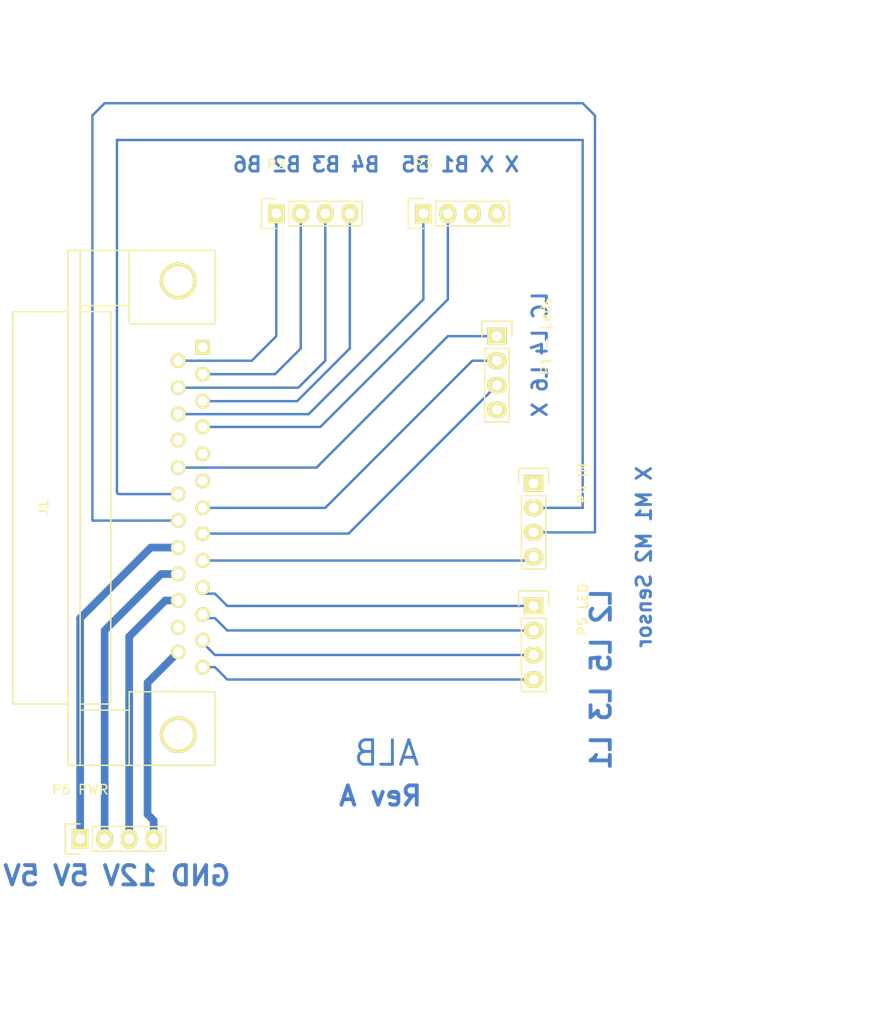
<source format=kicad_pcb>
(kicad_pcb (version 4) (host pcbnew 4.0.2+dfsg1-stable)

  (general
    (links 20)
    (no_connects 0)
    (area 22.375713 10.118124 114.482767 120.5486)
    (thickness 1.6)
    (drawings 8)
    (tracks 69)
    (zones 0)
    (modules 8)
    (nets 30)
  )

  (page A4)
  (layers
    (0 F.Cu signal)
    (31 B.Cu signal)
    (32 B.Adhes user)
    (33 F.Adhes user)
    (34 B.Paste user)
    (35 F.Paste user)
    (36 B.SilkS user)
    (37 F.SilkS user)
    (38 B.Mask user)
    (39 F.Mask user)
    (40 Dwgs.User user)
    (41 Cmts.User user)
    (42 Eco1.User user)
    (43 Eco2.User user)
    (44 Edge.Cuts user)
    (45 Margin user)
    (46 B.CrtYd user)
    (47 F.CrtYd user)
    (48 B.Fab user)
    (49 F.Fab user)
  )

  (setup
    (last_trace_width 0.25)
    (user_trace_width 0.5)
    (user_trace_width 0.8)
    (trace_clearance 0.2)
    (zone_clearance 0.508)
    (zone_45_only no)
    (trace_min 0.2)
    (segment_width 0.2)
    (edge_width 0.15)
    (via_size 0.6)
    (via_drill 0.4)
    (via_min_size 0.4)
    (via_min_drill 0.3)
    (uvia_size 0.3)
    (uvia_drill 0.1)
    (uvias_allowed no)
    (uvia_min_size 0.2)
    (uvia_min_drill 0.1)
    (pcb_text_width 0.3)
    (pcb_text_size 1.5 1.5)
    (mod_edge_width 0.15)
    (mod_text_size 1 1)
    (mod_text_width 0.15)
    (pad_size 1.524 1.524)
    (pad_drill 0.762)
    (pad_to_mask_clearance 0.2)
    (aux_axis_origin 0 0)
    (visible_elements FFFFFF7F)
    (pcbplotparams
      (layerselection 0x00030_80000001)
      (usegerberextensions false)
      (excludeedgelayer true)
      (linewidth 0.100000)
      (plotframeref false)
      (viasonmask false)
      (mode 1)
      (useauxorigin false)
      (hpglpennumber 1)
      (hpglpenspeed 20)
      (hpglpendiameter 15)
      (hpglpenoverlay 2)
      (psnegative false)
      (psa4output false)
      (plotreference true)
      (plotvalue true)
      (plotinvisibletext false)
      (padsonsilk false)
      (subtractmaskfromsilk false)
      (outputformat 1)
      (mirror false)
      (drillshape 0)
      (scaleselection 1)
      (outputdirectory ""))
  )

  (net 0 "")
  (net 1 "Net-(J1-Pad13)")
  (net 2 "Net-(J1-Pad12)")
  (net 3 "Net-(J1-Pad11)")
  (net 4 "Net-(J1-Pad10)")
  (net 5 "Net-(J1-Pad9)")
  (net 6 "Net-(J1-Pad8)")
  (net 7 "Net-(J1-Pad7)")
  (net 8 "Net-(J1-Pad6)")
  (net 9 "Net-(J1-Pad5)")
  (net 10 "Net-(J1-Pad4)")
  (net 11 "Net-(J1-Pad3)")
  (net 12 "Net-(J1-Pad2)")
  (net 13 "Net-(J1-Pad1)")
  (net 14 "Net-(J1-Pad25)")
  (net 15 "Net-(J1-Pad24)")
  (net 16 "Net-(J1-Pad23)")
  (net 17 "Net-(J1-Pad22)")
  (net 18 "Net-(J1-Pad21)")
  (net 19 "Net-(J1-Pad20)")
  (net 20 "Net-(J1-Pad19)")
  (net 21 "Net-(J1-Pad18)")
  (net 22 "Net-(J1-Pad17)")
  (net 23 "Net-(J1-Pad16)")
  (net 24 "Net-(J1-Pad15)")
  (net 25 "Net-(J1-Pad14)")
  (net 26 "Net-(P1-Pad4)")
  (net 27 "Net-(P3-Pad3)")
  (net 28 "Net-(P3-Pad4)")
  (net 29 "Net-(P4-Pad1)")

  (net_class Default "This is the default net class."
    (clearance 0.2)
    (trace_width 0.25)
    (via_dia 0.6)
    (via_drill 0.4)
    (uvia_dia 0.3)
    (uvia_drill 0.1)
    (add_net "Net-(J1-Pad1)")
    (add_net "Net-(J1-Pad10)")
    (add_net "Net-(J1-Pad11)")
    (add_net "Net-(J1-Pad12)")
    (add_net "Net-(J1-Pad13)")
    (add_net "Net-(J1-Pad14)")
    (add_net "Net-(J1-Pad15)")
    (add_net "Net-(J1-Pad16)")
    (add_net "Net-(J1-Pad17)")
    (add_net "Net-(J1-Pad18)")
    (add_net "Net-(J1-Pad19)")
    (add_net "Net-(J1-Pad2)")
    (add_net "Net-(J1-Pad20)")
    (add_net "Net-(J1-Pad21)")
    (add_net "Net-(J1-Pad22)")
    (add_net "Net-(J1-Pad23)")
    (add_net "Net-(J1-Pad24)")
    (add_net "Net-(J1-Pad25)")
    (add_net "Net-(J1-Pad3)")
    (add_net "Net-(J1-Pad4)")
    (add_net "Net-(J1-Pad5)")
    (add_net "Net-(J1-Pad6)")
    (add_net "Net-(J1-Pad7)")
    (add_net "Net-(J1-Pad8)")
    (add_net "Net-(J1-Pad9)")
    (add_net "Net-(P1-Pad4)")
    (add_net "Net-(P3-Pad3)")
    (add_net "Net-(P3-Pad4)")
    (add_net "Net-(P4-Pad1)")
  )

  (net_class teste ""
    (clearance 0.2)
    (trace_width 0.8)
    (via_dia 0.6)
    (via_drill 0.4)
    (uvia_dia 0.3)
    (uvia_drill 0.1)
  )

  (module Teste:ALB (layer F.Cu) (tedit 5A0F6B99) (tstamp 5A0EDEEF)
    (at 87.5411 74.5236)
    (path /5A0B781C)
    (fp_text reference ALB1 (at 0 -27.94 90) (layer F.SilkS) hide
      (effects (font (size 20 20) (thickness 0.15)))
    )
    (fp_text value ALB (at 0 31.75) (layer F.Fab) hide
      (effects (font (size 20 20) (thickness 0.15)))
    )
  )

  (module Connect:DB25MC (layer F.Cu) (tedit 0) (tstamp 5A0EDF22)
    (at 41.91 64.77 90)
    (descr "Connecteur DB25 MALE couche")
    (tags "CONN DB25")
    (path /59CF9F73)
    (fp_text reference J1 (at 0 -15.24 90) (layer F.SilkS)
      (effects (font (size 1 1) (thickness 0.15)))
    )
    (fp_text value DB25 (at 0 -6.35 90) (layer F.Fab)
      (effects (font (size 1 1) (thickness 0.15)))
    )
    (fp_line (start 26.67 -11.43) (end 26.67 2.54) (layer F.SilkS) (width 0.15))
    (fp_line (start 19.05 -6.35) (end 19.05 2.54) (layer F.SilkS) (width 0.15))
    (fp_line (start 20.955 -11.43) (end 20.955 -6.35) (layer F.SilkS) (width 0.15))
    (fp_line (start -20.955 -11.43) (end -20.955 -6.35) (layer F.SilkS) (width 0.15))
    (fp_line (start -19.05 -6.35) (end -19.05 2.54) (layer F.SilkS) (width 0.15))
    (fp_line (start -26.67 2.54) (end -26.67 -11.43) (layer F.SilkS) (width 0.15))
    (fp_line (start 26.67 -6.35) (end 19.05 -6.35) (layer F.SilkS) (width 0.15))
    (fp_line (start -26.67 -6.35) (end -19.05 -6.35) (layer F.SilkS) (width 0.15))
    (fp_line (start 20.32 -8.255) (end 20.32 -11.43) (layer F.SilkS) (width 0.15))
    (fp_line (start -20.32 -8.255) (end -20.32 -11.43) (layer F.SilkS) (width 0.15))
    (fp_line (start 20.32 -18.415) (end 20.32 -12.7) (layer F.SilkS) (width 0.15))
    (fp_line (start -20.32 -18.415) (end -20.32 -12.7) (layer F.SilkS) (width 0.15))
    (fp_line (start 26.67 -11.43) (end 26.67 -12.7) (layer F.SilkS) (width 0.15))
    (fp_line (start 26.67 -12.7) (end -26.67 -12.7) (layer F.SilkS) (width 0.15))
    (fp_line (start -26.67 -12.7) (end -26.67 -11.43) (layer F.SilkS) (width 0.15))
    (fp_line (start -26.67 -11.43) (end 26.67 -11.43) (layer F.SilkS) (width 0.15))
    (fp_line (start 19.05 2.54) (end 26.67 2.54) (layer F.SilkS) (width 0.15))
    (fp_line (start -20.32 -8.255) (end 20.32 -8.255) (layer F.SilkS) (width 0.15))
    (fp_line (start -20.32 -18.415) (end 20.32 -18.415) (layer F.SilkS) (width 0.15))
    (fp_line (start -26.67 2.54) (end -19.05 2.54) (layer F.SilkS) (width 0.15))
    (pad "" thru_hole circle (at 23.495 -1.27 90) (size 3.81 3.81) (drill 3.048) (layers *.Cu *.Mask F.SilkS))
    (pad "" thru_hole circle (at -23.495 -1.27 90) (size 3.81 3.81) (drill 3.048) (layers *.Cu *.Mask F.SilkS))
    (pad 13 thru_hole circle (at -16.51 1.27 90) (size 1.524 1.524) (drill 1.016) (layers *.Cu *.Mask F.SilkS)
      (net 1 "Net-(J1-Pad13)"))
    (pad 12 thru_hole circle (at -13.716 1.27 90) (size 1.524 1.524) (drill 1.016) (layers *.Cu *.Mask F.SilkS)
      (net 2 "Net-(J1-Pad12)"))
    (pad 11 thru_hole circle (at -11.049 1.27 90) (size 1.524 1.524) (drill 1.016) (layers *.Cu *.Mask F.SilkS)
      (net 3 "Net-(J1-Pad11)"))
    (pad 10 thru_hole circle (at -8.255 1.27 90) (size 1.524 1.524) (drill 1.016) (layers *.Cu *.Mask F.SilkS)
      (net 4 "Net-(J1-Pad10)"))
    (pad 9 thru_hole circle (at -5.461 1.27 90) (size 1.524 1.524) (drill 1.016) (layers *.Cu *.Mask F.SilkS)
      (net 5 "Net-(J1-Pad9)"))
    (pad 8 thru_hole circle (at -2.667 1.27 90) (size 1.524 1.524) (drill 1.016) (layers *.Cu *.Mask F.SilkS)
      (net 6 "Net-(J1-Pad8)"))
    (pad 7 thru_hole circle (at 0 1.27 90) (size 1.524 1.524) (drill 1.016) (layers *.Cu *.Mask F.SilkS)
      (net 7 "Net-(J1-Pad7)"))
    (pad 6 thru_hole circle (at 2.794 1.27 90) (size 1.524 1.524) (drill 1.016) (layers *.Cu *.Mask F.SilkS)
      (net 8 "Net-(J1-Pad6)"))
    (pad 5 thru_hole circle (at 5.588 1.27 90) (size 1.524 1.524) (drill 1.016) (layers *.Cu *.Mask F.SilkS)
      (net 9 "Net-(J1-Pad5)"))
    (pad 4 thru_hole circle (at 8.382 1.27 90) (size 1.524 1.524) (drill 1.016) (layers *.Cu *.Mask F.SilkS)
      (net 10 "Net-(J1-Pad4)"))
    (pad 3 thru_hole circle (at 11.049 1.27 90) (size 1.524 1.524) (drill 1.016) (layers *.Cu *.Mask F.SilkS)
      (net 11 "Net-(J1-Pad3)"))
    (pad 2 thru_hole circle (at 13.843 1.27 90) (size 1.524 1.524) (drill 1.016) (layers *.Cu *.Mask F.SilkS)
      (net 12 "Net-(J1-Pad2)"))
    (pad 1 thru_hole rect (at 16.637 1.27 90) (size 1.524 1.524) (drill 1.016) (layers *.Cu *.Mask F.SilkS)
      (net 13 "Net-(J1-Pad1)"))
    (pad 25 thru_hole circle (at -14.9352 -1.27 90) (size 1.524 1.524) (drill 1.016) (layers *.Cu *.Mask F.SilkS)
      (net 14 "Net-(J1-Pad25)"))
    (pad 24 thru_hole circle (at -12.3952 -1.27 90) (size 1.524 1.524) (drill 1.016) (layers *.Cu *.Mask F.SilkS)
      (net 15 "Net-(J1-Pad24)"))
    (pad 23 thru_hole circle (at -9.6012 -1.27 90) (size 1.524 1.524) (drill 1.016) (layers *.Cu *.Mask F.SilkS)
      (net 16 "Net-(J1-Pad23)"))
    (pad 22 thru_hole circle (at -6.858 -1.27 90) (size 1.524 1.524) (drill 1.016) (layers *.Cu *.Mask F.SilkS)
      (net 17 "Net-(J1-Pad22)"))
    (pad 21 thru_hole circle (at -4.1148 -1.27 90) (size 1.524 1.524) (drill 1.016) (layers *.Cu *.Mask F.SilkS)
      (net 18 "Net-(J1-Pad21)"))
    (pad 20 thru_hole circle (at -1.3208 -1.27 90) (size 1.524 1.524) (drill 1.016) (layers *.Cu *.Mask F.SilkS)
      (net 19 "Net-(J1-Pad20)"))
    (pad 19 thru_hole circle (at 1.4224 -1.27 90) (size 1.524 1.524) (drill 1.016) (layers *.Cu *.Mask F.SilkS)
      (net 20 "Net-(J1-Pad19)"))
    (pad 18 thru_hole circle (at 4.1656 -1.27 90) (size 1.524 1.524) (drill 1.016) (layers *.Cu *.Mask F.SilkS)
      (net 21 "Net-(J1-Pad18)"))
    (pad 17 thru_hole circle (at 7.0104 -1.27 90) (size 1.524 1.524) (drill 1.016) (layers *.Cu *.Mask F.SilkS)
      (net 22 "Net-(J1-Pad17)"))
    (pad 16 thru_hole circle (at 9.7028 -1.27 90) (size 1.524 1.524) (drill 1.016) (layers *.Cu *.Mask F.SilkS)
      (net 23 "Net-(J1-Pad16)"))
    (pad 15 thru_hole circle (at 12.446 -1.27 90) (size 1.524 1.524) (drill 1.016) (layers *.Cu *.Mask F.SilkS)
      (net 24 "Net-(J1-Pad15)"))
    (pad 14 thru_hole circle (at 15.24 -1.27 90) (size 1.524 1.524) (drill 1.016) (layers *.Cu *.Mask F.SilkS)
      (net 25 "Net-(J1-Pad14)"))
    (model Connect.3dshapes/DB25MC.wrl
      (at (xyz 0 0 0))
      (scale (xyz 1 1 1))
      (rotate (xyz 0 0 0))
    )
  )

  (module Socket_Strips:Socket_Strip_Straight_1x04 (layer F.Cu) (tedit 5A0F6BEF) (tstamp 5A0EDF35)
    (at 73.66 46.99 270)
    (descr "Through hole socket strip")
    (tags "socket strip")
    (path /5A0B79B7)
    (fp_text reference "P1 - Leds" (at 0 -5.1 450) (layer F.SilkS)
      (effects (font (size 1 1) (thickness 0.15)))
    )
    (fp_text value CONN_01X04 (at 0 -3.1 270) (layer F.Fab)
      (effects (font (size 1 1) (thickness 0.15)))
    )
    (fp_line (start -1.75 -1.75) (end -1.75 1.75) (layer F.CrtYd) (width 0.05))
    (fp_line (start 9.4 -1.75) (end 9.4 1.75) (layer F.CrtYd) (width 0.05))
    (fp_line (start -1.75 -1.75) (end 9.4 -1.75) (layer F.CrtYd) (width 0.05))
    (fp_line (start -1.75 1.75) (end 9.4 1.75) (layer F.CrtYd) (width 0.05))
    (fp_line (start 1.27 -1.27) (end 8.89 -1.27) (layer F.SilkS) (width 0.15))
    (fp_line (start 1.27 1.27) (end 8.89 1.27) (layer F.SilkS) (width 0.15))
    (fp_line (start -1.55 1.55) (end 0 1.55) (layer F.SilkS) (width 0.15))
    (fp_line (start 8.89 -1.27) (end 8.89 1.27) (layer F.SilkS) (width 0.15))
    (fp_line (start 1.27 1.27) (end 1.27 -1.27) (layer F.SilkS) (width 0.15))
    (fp_line (start 0 -1.55) (end -1.55 -1.55) (layer F.SilkS) (width 0.15))
    (fp_line (start -1.55 -1.55) (end -1.55 1.55) (layer F.SilkS) (width 0.15))
    (pad 1 thru_hole rect (at 0 0 270) (size 1.7272 2.032) (drill 1.016) (layers *.Cu *.Mask F.SilkS)
      (net 21 "Net-(J1-Pad18)"))
    (pad 2 thru_hole oval (at 2.54 0 270) (size 1.7272 2.032) (drill 1.016) (layers *.Cu *.Mask F.SilkS)
      (net 7 "Net-(J1-Pad7)"))
    (pad 3 thru_hole oval (at 5.08 0 270) (size 1.7272 2.032) (drill 1.016) (layers *.Cu *.Mask F.SilkS)
      (net 6 "Net-(J1-Pad8)"))
    (pad 4 thru_hole oval (at 7.62 0 270) (size 1.7272 2.032) (drill 1.016) (layers *.Cu *.Mask F.SilkS)
      (net 26 "Net-(P1-Pad4)"))
    (model Socket_Strips.3dshapes/Socket_Strip_Straight_1x04.wrl
      (at (xyz 0.15 0 0))
      (scale (xyz 1 1 1))
      (rotate (xyz 0 0 180))
    )
  )

  (module Socket_Strips:Socket_Strip_Straight_1x04 (layer F.Cu) (tedit 0) (tstamp 5A0EDF48)
    (at 50.8 34.29)
    (descr "Through hole socket strip")
    (tags "socket strip")
    (path /5A0B70BC)
    (fp_text reference P2 (at 0 -5.1) (layer F.SilkS)
      (effects (font (size 1 1) (thickness 0.15)))
    )
    (fp_text value CONN_01X04 (at 0 -3.1) (layer F.Fab)
      (effects (font (size 1 1) (thickness 0.15)))
    )
    (fp_line (start -1.75 -1.75) (end -1.75 1.75) (layer F.CrtYd) (width 0.05))
    (fp_line (start 9.4 -1.75) (end 9.4 1.75) (layer F.CrtYd) (width 0.05))
    (fp_line (start -1.75 -1.75) (end 9.4 -1.75) (layer F.CrtYd) (width 0.05))
    (fp_line (start -1.75 1.75) (end 9.4 1.75) (layer F.CrtYd) (width 0.05))
    (fp_line (start 1.27 -1.27) (end 8.89 -1.27) (layer F.SilkS) (width 0.15))
    (fp_line (start 1.27 1.27) (end 8.89 1.27) (layer F.SilkS) (width 0.15))
    (fp_line (start -1.55 1.55) (end 0 1.55) (layer F.SilkS) (width 0.15))
    (fp_line (start 8.89 -1.27) (end 8.89 1.27) (layer F.SilkS) (width 0.15))
    (fp_line (start 1.27 1.27) (end 1.27 -1.27) (layer F.SilkS) (width 0.15))
    (fp_line (start 0 -1.55) (end -1.55 -1.55) (layer F.SilkS) (width 0.15))
    (fp_line (start -1.55 -1.55) (end -1.55 1.55) (layer F.SilkS) (width 0.15))
    (pad 1 thru_hole rect (at 0 0) (size 1.7272 2.032) (drill 1.016) (layers *.Cu *.Mask F.SilkS)
      (net 25 "Net-(J1-Pad14)"))
    (pad 2 thru_hole oval (at 2.54 0) (size 1.7272 2.032) (drill 1.016) (layers *.Cu *.Mask F.SilkS)
      (net 12 "Net-(J1-Pad2)"))
    (pad 3 thru_hole oval (at 5.08 0) (size 1.7272 2.032) (drill 1.016) (layers *.Cu *.Mask F.SilkS)
      (net 24 "Net-(J1-Pad15)"))
    (pad 4 thru_hole oval (at 7.62 0) (size 1.7272 2.032) (drill 1.016) (layers *.Cu *.Mask F.SilkS)
      (net 11 "Net-(J1-Pad3)"))
    (model Socket_Strips.3dshapes/Socket_Strip_Straight_1x04.wrl
      (at (xyz 0.15 0 0))
      (scale (xyz 1 1 1))
      (rotate (xyz 0 0 180))
    )
  )

  (module Socket_Strips:Socket_Strip_Straight_1x04 (layer F.Cu) (tedit 0) (tstamp 5A0EDF5B)
    (at 66.04 34.29)
    (descr "Through hole socket strip")
    (tags "socket strip")
    (path /5A0B7120)
    (fp_text reference P3 (at 0 -5.1) (layer F.SilkS)
      (effects (font (size 1 1) (thickness 0.15)))
    )
    (fp_text value CONN_01X04 (at 0 -3.1) (layer F.Fab)
      (effects (font (size 1 1) (thickness 0.15)))
    )
    (fp_line (start -1.75 -1.75) (end -1.75 1.75) (layer F.CrtYd) (width 0.05))
    (fp_line (start 9.4 -1.75) (end 9.4 1.75) (layer F.CrtYd) (width 0.05))
    (fp_line (start -1.75 -1.75) (end 9.4 -1.75) (layer F.CrtYd) (width 0.05))
    (fp_line (start -1.75 1.75) (end 9.4 1.75) (layer F.CrtYd) (width 0.05))
    (fp_line (start 1.27 -1.27) (end 8.89 -1.27) (layer F.SilkS) (width 0.15))
    (fp_line (start 1.27 1.27) (end 8.89 1.27) (layer F.SilkS) (width 0.15))
    (fp_line (start -1.55 1.55) (end 0 1.55) (layer F.SilkS) (width 0.15))
    (fp_line (start 8.89 -1.27) (end 8.89 1.27) (layer F.SilkS) (width 0.15))
    (fp_line (start 1.27 1.27) (end 1.27 -1.27) (layer F.SilkS) (width 0.15))
    (fp_line (start 0 -1.55) (end -1.55 -1.55) (layer F.SilkS) (width 0.15))
    (fp_line (start -1.55 -1.55) (end -1.55 1.55) (layer F.SilkS) (width 0.15))
    (pad 1 thru_hole rect (at 0 0) (size 1.7272 2.032) (drill 1.016) (layers *.Cu *.Mask F.SilkS)
      (net 23 "Net-(J1-Pad16)"))
    (pad 2 thru_hole oval (at 2.54 0) (size 1.7272 2.032) (drill 1.016) (layers *.Cu *.Mask F.SilkS)
      (net 10 "Net-(J1-Pad4)"))
    (pad 3 thru_hole oval (at 5.08 0) (size 1.7272 2.032) (drill 1.016) (layers *.Cu *.Mask F.SilkS)
      (net 27 "Net-(P3-Pad3)"))
    (pad 4 thru_hole oval (at 7.62 0) (size 1.7272 2.032) (drill 1.016) (layers *.Cu *.Mask F.SilkS)
      (net 28 "Net-(P3-Pad4)"))
    (model Socket_Strips.3dshapes/Socket_Strip_Straight_1x04.wrl
      (at (xyz 0.15 0 0))
      (scale (xyz 1 1 1))
      (rotate (xyz 0 0 180))
    )
  )

  (module Socket_Strips:Socket_Strip_Straight_1x04 (layer F.Cu) (tedit 5A0B8418) (tstamp 5A0EDF6E)
    (at 77.47 62.23 270)
    (descr "Through hole socket strip")
    (tags "socket strip")
    (path /5A0B715A)
    (fp_text reference "P4 IN" (at 0 -5.1 270) (layer F.SilkS)
      (effects (font (size 1 1) (thickness 0.15)))
    )
    (fp_text value CONN_01X04 (at 0 -3.1 270) (layer F.Fab)
      (effects (font (size 1 1) (thickness 0.15)))
    )
    (fp_line (start -1.75 -1.75) (end -1.75 1.75) (layer F.CrtYd) (width 0.05))
    (fp_line (start 9.4 -1.75) (end 9.4 1.75) (layer F.CrtYd) (width 0.05))
    (fp_line (start -1.75 -1.75) (end 9.4 -1.75) (layer F.CrtYd) (width 0.05))
    (fp_line (start -1.75 1.75) (end 9.4 1.75) (layer F.CrtYd) (width 0.05))
    (fp_line (start 1.27 -1.27) (end 8.89 -1.27) (layer F.SilkS) (width 0.15))
    (fp_line (start 1.27 1.27) (end 8.89 1.27) (layer F.SilkS) (width 0.15))
    (fp_line (start -1.55 1.55) (end 0 1.55) (layer F.SilkS) (width 0.15))
    (fp_line (start 8.89 -1.27) (end 8.89 1.27) (layer F.SilkS) (width 0.15))
    (fp_line (start 1.27 1.27) (end 1.27 -1.27) (layer F.SilkS) (width 0.15))
    (fp_line (start 0 -1.55) (end -1.55 -1.55) (layer F.SilkS) (width 0.15))
    (fp_line (start -1.55 -1.55) (end -1.55 1.55) (layer F.SilkS) (width 0.15))
    (pad 1 thru_hole rect (at 0 0 270) (size 1.7272 2.032) (drill 1.016) (layers *.Cu *.Mask F.SilkS)
      (net 29 "Net-(P4-Pad1)"))
    (pad 2 thru_hole oval (at 2.54 0 270) (size 1.7272 2.032) (drill 1.016) (layers *.Cu *.Mask F.SilkS)
      (net 20 "Net-(J1-Pad19)"))
    (pad 3 thru_hole oval (at 5.08 0 270) (size 1.7272 2.032) (drill 1.016) (layers *.Cu *.Mask F.SilkS)
      (net 19 "Net-(J1-Pad20)"))
    (pad 4 thru_hole oval (at 7.62 0 270) (size 1.7272 2.032) (drill 1.016) (layers *.Cu *.Mask F.SilkS)
      (net 5 "Net-(J1-Pad9)"))
    (model Socket_Strips.3dshapes/Socket_Strip_Straight_1x04.wrl
      (at (xyz 0.15 0 0))
      (scale (xyz 1 1 1))
      (rotate (xyz 0 0 180))
    )
  )

  (module Socket_Strips:Socket_Strip_Straight_1x04 (layer F.Cu) (tedit 5A0B8469) (tstamp 5A0EDF81)
    (at 77.47 74.93 270)
    (descr "Through hole socket strip")
    (tags "socket strip")
    (path /5A0B7185)
    (fp_text reference "P5 LED " (at 0 -5.1 270) (layer F.SilkS)
      (effects (font (size 1 1) (thickness 0.15)))
    )
    (fp_text value CONN_01X04 (at 0 -3.1 270) (layer F.Fab)
      (effects (font (size 1 1) (thickness 0.15)))
    )
    (fp_line (start -1.75 -1.75) (end -1.75 1.75) (layer F.CrtYd) (width 0.05))
    (fp_line (start 9.4 -1.75) (end 9.4 1.75) (layer F.CrtYd) (width 0.05))
    (fp_line (start -1.75 -1.75) (end 9.4 -1.75) (layer F.CrtYd) (width 0.05))
    (fp_line (start -1.75 1.75) (end 9.4 1.75) (layer F.CrtYd) (width 0.05))
    (fp_line (start 1.27 -1.27) (end 8.89 -1.27) (layer F.SilkS) (width 0.15))
    (fp_line (start 1.27 1.27) (end 8.89 1.27) (layer F.SilkS) (width 0.15))
    (fp_line (start -1.55 1.55) (end 0 1.55) (layer F.SilkS) (width 0.15))
    (fp_line (start 8.89 -1.27) (end 8.89 1.27) (layer F.SilkS) (width 0.15))
    (fp_line (start 1.27 1.27) (end 1.27 -1.27) (layer F.SilkS) (width 0.15))
    (fp_line (start 0 -1.55) (end -1.55 -1.55) (layer F.SilkS) (width 0.15))
    (fp_line (start -1.55 -1.55) (end -1.55 1.55) (layer F.SilkS) (width 0.15))
    (pad 1 thru_hole rect (at 0 0 270) (size 1.7272 2.032) (drill 1.016) (layers *.Cu *.Mask F.SilkS)
      (net 4 "Net-(J1-Pad10)"))
    (pad 2 thru_hole oval (at 2.54 0 270) (size 1.7272 2.032) (drill 1.016) (layers *.Cu *.Mask F.SilkS)
      (net 3 "Net-(J1-Pad11)"))
    (pad 3 thru_hole oval (at 5.08 0 270) (size 1.7272 2.032) (drill 1.016) (layers *.Cu *.Mask F.SilkS)
      (net 2 "Net-(J1-Pad12)"))
    (pad 4 thru_hole oval (at 7.62 0 270) (size 1.7272 2.032) (drill 1.016) (layers *.Cu *.Mask F.SilkS)
      (net 1 "Net-(J1-Pad13)"))
    (model Socket_Strips.3dshapes/Socket_Strip_Straight_1x04.wrl
      (at (xyz 0.15 0 0))
      (scale (xyz 1 1 1))
      (rotate (xyz 0 0 180))
    )
  )

  (module Socket_Strips:Socket_Strip_Straight_1x04 (layer F.Cu) (tedit 5A0B845F) (tstamp 5A0EDF94)
    (at 30.48 99.06)
    (descr "Through hole socket strip")
    (tags "socket strip")
    (path /5A0B71A6)
    (fp_text reference "P6 PWR" (at 0 -5.1) (layer F.SilkS)
      (effects (font (size 1 1) (thickness 0.15)))
    )
    (fp_text value CONN_01X04 (at 0 -3.1) (layer F.Fab)
      (effects (font (size 1 1) (thickness 0.15)))
    )
    (fp_line (start -1.75 -1.75) (end -1.75 1.75) (layer F.CrtYd) (width 0.05))
    (fp_line (start 9.4 -1.75) (end 9.4 1.75) (layer F.CrtYd) (width 0.05))
    (fp_line (start -1.75 -1.75) (end 9.4 -1.75) (layer F.CrtYd) (width 0.05))
    (fp_line (start -1.75 1.75) (end 9.4 1.75) (layer F.CrtYd) (width 0.05))
    (fp_line (start 1.27 -1.27) (end 8.89 -1.27) (layer F.SilkS) (width 0.15))
    (fp_line (start 1.27 1.27) (end 8.89 1.27) (layer F.SilkS) (width 0.15))
    (fp_line (start -1.55 1.55) (end 0 1.55) (layer F.SilkS) (width 0.15))
    (fp_line (start 8.89 -1.27) (end 8.89 1.27) (layer F.SilkS) (width 0.15))
    (fp_line (start 1.27 1.27) (end 1.27 -1.27) (layer F.SilkS) (width 0.15))
    (fp_line (start 0 -1.55) (end -1.55 -1.55) (layer F.SilkS) (width 0.15))
    (fp_line (start -1.55 -1.55) (end -1.55 1.55) (layer F.SilkS) (width 0.15))
    (pad 1 thru_hole rect (at 0 0) (size 1.7272 2.032) (drill 1.016) (layers *.Cu *.Mask F.SilkS)
      (net 18 "Net-(J1-Pad21)"))
    (pad 2 thru_hole oval (at 2.54 0) (size 1.7272 2.032) (drill 1.016) (layers *.Cu *.Mask F.SilkS)
      (net 17 "Net-(J1-Pad22)"))
    (pad 3 thru_hole oval (at 5.08 0) (size 1.7272 2.032) (drill 1.016) (layers *.Cu *.Mask F.SilkS)
      (net 16 "Net-(J1-Pad23)"))
    (pad 4 thru_hole oval (at 7.62 0) (size 1.7272 2.032) (drill 1.016) (layers *.Cu *.Mask F.SilkS)
      (net 14 "Net-(J1-Pad25)"))
    (model Socket_Strips.3dshapes/Socket_Strip_Straight_1x04.wrl
      (at (xyz 0.15 0 0))
      (scale (xyz 1 1 1))
      (rotate (xyz 0 0 180))
    )
  )

  (gr_text "Rev A" (at 61.595 94.615) (layer B.Cu)
    (effects (font (size 2 2) (thickness 0.4)) (justify mirror))
  )
  (gr_text "X X B1 B5" (at 69.85 29.21) (layer B.Cu)
    (effects (font (size 1.5 1.5) (thickness 0.3)) (justify mirror))
  )
  (gr_text "B4 B3 B2 B6 " (at 53.34 29.21) (layer B.Cu)
    (effects (font (size 1.5 1.5) (thickness 0.3)) (justify mirror))
  )
  (gr_text "LC L4 L6 X" (at 78.105 48.895 90) (layer B.Cu)
    (effects (font (size 1.5 1.5) (thickness 0.3)) (justify mirror))
  )
  (gr_text "X M1 M2 Sensor" (at 88.9 69.85 90) (layer B.Cu)
    (effects (font (size 1.5 1.5) (thickness 0.3)) (justify mirror))
  )
  (gr_text "L2 L5 L3 L1" (at 84.455 82.55 90) (layer B.Cu)
    (effects (font (size 2 2) (thickness 0.4)) (justify mirror))
  )
  (gr_text "GND 12V 5V 5V" (at 34.29 102.87) (layer B.Cu)
    (effects (font (size 2 2) (thickness 0.4)) (justify mirror))
  )
  (gr_text ALB (at 62.23 90.17) (layer B.Cu)
    (effects (font (size 2.54 2.54) (thickness 0.3)) (justify mirror))
  )

  (segment (start 43.18 81.28) (end 44.45 81.28) (width 0.25) (layer B.Cu) (net 1) (status 80000))
  (segment (start 44.45 81.28) (end 45.72 82.55) (width 0.25) (layer B.Cu) (net 1) (status 80000))
  (segment (start 45.72 82.55) (end 77.47 82.55) (width 0.25) (layer B.Cu) (net 1) (status 80000))
  (segment (start 43.18 78.486) (end 43.18 78.74) (width 0.25) (layer B.Cu) (net 2) (status 80000))
  (segment (start 43.18 78.74) (end 44.45 80.01) (width 0.25) (layer B.Cu) (net 2) (status 80000))
  (segment (start 44.45 80.01) (end 77.47 80.01) (width 0.25) (layer B.Cu) (net 2) (status 80000))
  (segment (start 43.18 75.819) (end 43.18 76.2) (width 0.25) (layer B.Cu) (net 3) (status 80000))
  (segment (start 43.18 76.2) (end 44.45 76.2) (width 0.25) (layer B.Cu) (net 3) (status 80000))
  (segment (start 44.45 76.2) (end 45.72 77.47) (width 0.25) (layer B.Cu) (net 3) (status 80000))
  (segment (start 45.72 77.47) (end 77.47 77.47) (width 0.25) (layer B.Cu) (net 3) (status 80000))
  (segment (start 43.18 73.025) (end 43.18 73.66) (width 0.25) (layer B.Cu) (net 4) (status 80000))
  (segment (start 43.18 73.66) (end 44.45 73.66) (width 0.25) (layer B.Cu) (net 4) (status 80000))
  (segment (start 44.45 73.66) (end 45.72 74.93) (width 0.25) (layer B.Cu) (net 4) (status 80000))
  (segment (start 45.72 74.93) (end 77.47 74.93) (width 0.25) (layer B.Cu) (net 4) (status 80000))
  (segment (start 43.18 70.231) (end 77.089 70.231) (width 0.25) (layer B.Cu) (net 5))
  (segment (start 77.089 70.231) (end 77.47 69.85) (width 0.25) (layer B.Cu) (net 5) (tstamp 5A0EE129))
  (segment (start 43.18 67.437) (end 58.293 67.437) (width 0.25) (layer B.Cu) (net 6))
  (segment (start 58.293 67.437) (end 73.66 52.07) (width 0.25) (layer B.Cu) (net 6) (tstamp 5A0EE12F))
  (segment (start 43.18 64.77) (end 55.88 64.77) (width 0.25) (layer B.Cu) (net 7))
  (segment (start 71.12 49.53) (end 73.66 49.53) (width 0.25) (layer B.Cu) (net 7) (tstamp 5A0EE135))
  (segment (start 55.88 64.77) (end 71.12 49.53) (width 0.25) (layer B.Cu) (net 7) (tstamp 5A0EE133))
  (segment (start 43.18 56.388) (end 55.372 56.388) (width 0.25) (layer B.Cu) (net 10))
  (segment (start 68.58 43.18) (end 68.58 34.29) (width 0.25) (layer B.Cu) (net 10) (tstamp 5A0EE143))
  (segment (start 55.372 56.388) (end 68.58 43.18) (width 0.25) (layer B.Cu) (net 10) (tstamp 5A0EE141))
  (segment (start 43.18 53.721) (end 52.959 53.721) (width 0.25) (layer B.Cu) (net 11))
  (segment (start 58.42 48.26) (end 58.42 34.29) (width 0.25) (layer B.Cu) (net 11) (tstamp 5A0EE14F))
  (segment (start 52.959 53.721) (end 58.42 48.26) (width 0.25) (layer B.Cu) (net 11) (tstamp 5A0EE14E))
  (segment (start 43.18 50.927) (end 50.673 50.927) (width 0.25) (layer B.Cu) (net 12))
  (segment (start 53.34 48.26) (end 53.34 34.29) (width 0.25) (layer B.Cu) (net 12) (tstamp 5A0EE15B))
  (segment (start 50.673 50.927) (end 53.34 48.26) (width 0.25) (layer B.Cu) (net 12) (tstamp 5A0EE159))
  (segment (start 38.1 99.06) (end 38.1 97.155) (width 0.8) (layer B.Cu) (net 14))
  (segment (start 37.465 82.8802) (end 40.64 79.7052) (width 0.8) (layer B.Cu) (net 14) (tstamp 5A0F68CB))
  (segment (start 37.465 96.52) (end 37.465 82.8802) (width 0.8) (layer B.Cu) (net 14) (tstamp 5A0F68C8))
  (segment (start 38.1 97.155) (end 37.465 96.52) (width 0.8) (layer B.Cu) (net 14) (tstamp 5A0F68C6))
  (segment (start 35.56 99.06) (end 35.56 78.105) (width 0.8) (layer B.Cu) (net 16))
  (segment (start 39.2938 74.3712) (end 40.64 74.3712) (width 0.8) (layer B.Cu) (net 16) (tstamp 5A0F68DB))
  (segment (start 35.56 78.105) (end 39.2938 74.3712) (width 0.8) (layer B.Cu) (net 16) (tstamp 5A0F68D7))
  (segment (start 33.02 99.06) (end 33.02 77.47) (width 0.8) (layer B.Cu) (net 17))
  (segment (start 38.862 71.628) (end 40.64 71.628) (width 0.8) (layer B.Cu) (net 17) (tstamp 5A0F68E7))
  (segment (start 33.02 77.47) (end 38.862 71.628) (width 0.8) (layer B.Cu) (net 17) (tstamp 5A0F68E2))
  (segment (start 30.48 99.06) (end 30.48 76.2) (width 0.8) (layer B.Cu) (net 18))
  (segment (start 37.7952 68.8848) (end 40.64 68.8848) (width 0.8) (layer B.Cu) (net 18) (tstamp 5A0F68EF))
  (segment (start 30.48 76.2) (end 37.7952 68.8848) (width 0.8) (layer B.Cu) (net 18) (tstamp 5A0F68EC))
  (segment (start 40.64 66.0908) (end 31.8008 66.0908) (width 0.25) (layer B.Cu) (net 19))
  (segment (start 83.82 67.31) (end 77.47 67.31) (width 0.25) (layer B.Cu) (net 19) (tstamp 5A0EE182))
  (segment (start 83.82 24.13) (end 83.82 67.31) (width 0.25) (layer B.Cu) (net 19) (tstamp 5A0EE180))
  (segment (start 82.55 22.86) (end 83.82 24.13) (width 0.25) (layer B.Cu) (net 19) (tstamp 5A0EE17E))
  (segment (start 33.02 22.86) (end 82.55 22.86) (width 0.25) (layer B.Cu) (net 19) (tstamp 5A0EE17C))
  (segment (start 31.75 24.13) (end 33.02 22.86) (width 0.25) (layer B.Cu) (net 19) (tstamp 5A0EE17B))
  (segment (start 31.75 66.04) (end 31.75 24.13) (width 0.25) (layer B.Cu) (net 19) (tstamp 5A0EE17A))
  (segment (start 31.8008 66.0908) (end 31.75 66.04) (width 0.25) (layer B.Cu) (net 19) (tstamp 5A0EE179))
  (segment (start 40.64 63.3476) (end 34.4424 63.3476) (width 0.25) (layer B.Cu) (net 20))
  (segment (start 82.55 64.77) (end 77.47 64.77) (width 0.25) (layer B.Cu) (net 20) (tstamp 5A0EE16D))
  (segment (start 82.55 26.67) (end 82.55 64.77) (width 0.25) (layer B.Cu) (net 20) (tstamp 5A0EE16C))
  (segment (start 34.29 26.67) (end 82.55 26.67) (width 0.25) (layer B.Cu) (net 20) (tstamp 5A0EE16B))
  (segment (start 34.29 63.1952) (end 34.29 26.67) (width 0.25) (layer B.Cu) (net 20) (tstamp 5A0EE16A))
  (segment (start 34.4424 63.3476) (end 34.29 63.1952) (width 0.25) (layer B.Cu) (net 20) (tstamp 5A0EE169))
  (segment (start 40.64 60.6044) (end 54.9656 60.6044) (width 0.25) (layer B.Cu) (net 21))
  (segment (start 68.58 46.99) (end 73.66 46.99) (width 0.25) (layer B.Cu) (net 21) (tstamp 5A0EE13D))
  (segment (start 54.9656 60.6044) (end 68.58 46.99) (width 0.25) (layer B.Cu) (net 21) (tstamp 5A0EE13B))
  (segment (start 40.64 55.0672) (end 54.1528 55.0672) (width 0.25) (layer B.Cu) (net 23))
  (segment (start 66.04 43.18) (end 66.04 34.29) (width 0.25) (layer B.Cu) (net 23) (tstamp 5A0EE14A))
  (segment (start 54.1528 55.0672) (end 66.04 43.18) (width 0.25) (layer B.Cu) (net 23) (tstamp 5A0EE148))
  (segment (start 40.64 52.324) (end 53.086 52.324) (width 0.25) (layer B.Cu) (net 24))
  (segment (start 55.88 49.53) (end 55.88 34.29) (width 0.25) (layer B.Cu) (net 24) (tstamp 5A0EE155))
  (segment (start 53.086 52.324) (end 55.88 49.53) (width 0.25) (layer B.Cu) (net 24) (tstamp 5A0EE153))
  (segment (start 40.64 49.53) (end 48.26 49.53) (width 0.25) (layer B.Cu) (net 25))
  (segment (start 50.8 46.99) (end 50.8 34.29) (width 0.25) (layer B.Cu) (net 25) (tstamp 5A0EE161))
  (segment (start 48.26 49.53) (end 50.8 46.99) (width 0.25) (layer B.Cu) (net 25) (tstamp 5A0EE15F))

)

</source>
